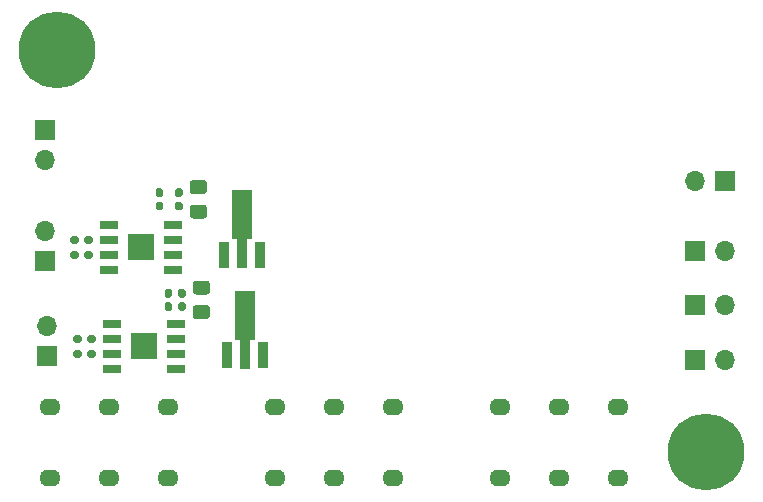
<source format=gbr>
%TF.GenerationSoftware,KiCad,Pcbnew,(5.1.7)-1*%
%TF.CreationDate,2021-07-14T13:30:58-05:00*%
%TF.ProjectId,PwmRgbLaserDriver Rev. B,50776d52-6762-44c6-9173-657244726976,rev?*%
%TF.SameCoordinates,Original*%
%TF.FileFunction,Soldermask,Top*%
%TF.FilePolarity,Negative*%
%FSLAX46Y46*%
G04 Gerber Fmt 4.6, Leading zero omitted, Abs format (unit mm)*
G04 Created by KiCad (PCBNEW (5.1.7)-1) date 2021-07-14 13:30:58*
%MOMM*%
%LPD*%
G01*
G04 APERTURE LIST*
%ADD10O,1.700000X1.700000*%
%ADD11R,1.700000X1.700000*%
%ADD12O,1.800000X1.400000*%
%ADD13C,0.100000*%
%ADD14R,0.900000X2.300000*%
%ADD15R,2.290000X2.290000*%
%ADD16R,1.525000X0.650000*%
%ADD17C,6.500000*%
%ADD18C,0.600000*%
G04 APERTURE END LIST*
D10*
%TO.C,J6*%
X210094000Y-46502000D03*
D11*
X210094000Y-49042000D03*
%TD*%
D10*
%TO.C,J4*%
X209917000Y-38449000D03*
D11*
X209917000Y-40989000D03*
%TD*%
D10*
%TO.C,J1*%
X209931000Y-32512000D03*
D11*
X209931000Y-29972000D03*
%TD*%
D10*
%TO.C,J7*%
X267514000Y-49450000D03*
D11*
X264974000Y-49450000D03*
%TD*%
D10*
%TO.C,J5*%
X267487000Y-44743000D03*
D11*
X264947000Y-44743000D03*
%TD*%
D10*
%TO.C,J3*%
X267487000Y-40198000D03*
D11*
X264947000Y-40198000D03*
%TD*%
%TO.C,J2*%
X267462000Y-34290000D03*
D10*
X264922000Y-34290000D03*
%TD*%
D12*
%TO.C,RV1*%
X210324000Y-53425000D03*
X215324000Y-53425000D03*
X220324000Y-53425000D03*
X220324000Y-59425000D03*
X215324000Y-59425000D03*
X210324000Y-59425000D03*
%TD*%
%TO.C,RV2*%
X229377000Y-53399000D03*
X234377000Y-53399000D03*
X239377000Y-53399000D03*
X239377000Y-59399000D03*
X234377000Y-59399000D03*
X229377000Y-59399000D03*
%TD*%
%TO.C,RV3*%
X248456000Y-53398000D03*
X253456000Y-53398000D03*
X258456000Y-53398000D03*
X258456000Y-59398000D03*
X253456000Y-59398000D03*
X248456000Y-59398000D03*
%TD*%
%TO.C,R13*%
G36*
G01*
X213473000Y-49055000D02*
X213473000Y-48735000D01*
G75*
G02*
X213633000Y-48575000I160000J0D01*
G01*
X214028000Y-48575000D01*
G75*
G02*
X214188000Y-48735000I0J-160000D01*
G01*
X214188000Y-49055000D01*
G75*
G02*
X214028000Y-49215000I-160000J0D01*
G01*
X213633000Y-49215000D01*
G75*
G02*
X213473000Y-49055000I0J160000D01*
G01*
G37*
G36*
G01*
X212278000Y-49055000D02*
X212278000Y-48735000D01*
G75*
G02*
X212438000Y-48575000I160000J0D01*
G01*
X212833000Y-48575000D01*
G75*
G02*
X212993000Y-48735000I0J-160000D01*
G01*
X212993000Y-49055000D01*
G75*
G02*
X212833000Y-49215000I-160000J0D01*
G01*
X212438000Y-49215000D01*
G75*
G02*
X212278000Y-49055000I0J160000D01*
G01*
G37*
%TD*%
%TO.C,R12*%
G36*
G01*
X213473000Y-47785000D02*
X213473000Y-47465000D01*
G75*
G02*
X213633000Y-47305000I160000J0D01*
G01*
X214028000Y-47305000D01*
G75*
G02*
X214188000Y-47465000I0J-160000D01*
G01*
X214188000Y-47785000D01*
G75*
G02*
X214028000Y-47945000I-160000J0D01*
G01*
X213633000Y-47945000D01*
G75*
G02*
X213473000Y-47785000I0J160000D01*
G01*
G37*
G36*
G01*
X212278000Y-47785000D02*
X212278000Y-47465000D01*
G75*
G02*
X212438000Y-47305000I160000J0D01*
G01*
X212833000Y-47305000D01*
G75*
G02*
X212993000Y-47465000I0J-160000D01*
G01*
X212993000Y-47785000D01*
G75*
G02*
X212833000Y-47945000I-160000J0D01*
G01*
X212438000Y-47945000D01*
G75*
G02*
X212278000Y-47785000I0J160000D01*
G01*
G37*
%TD*%
%TO.C,R10*%
G36*
G01*
X213219000Y-40673000D02*
X213219000Y-40353000D01*
G75*
G02*
X213379000Y-40193000I160000J0D01*
G01*
X213774000Y-40193000D01*
G75*
G02*
X213934000Y-40353000I0J-160000D01*
G01*
X213934000Y-40673000D01*
G75*
G02*
X213774000Y-40833000I-160000J0D01*
G01*
X213379000Y-40833000D01*
G75*
G02*
X213219000Y-40673000I0J160000D01*
G01*
G37*
G36*
G01*
X212024000Y-40673000D02*
X212024000Y-40353000D01*
G75*
G02*
X212184000Y-40193000I160000J0D01*
G01*
X212579000Y-40193000D01*
G75*
G02*
X212739000Y-40353000I0J-160000D01*
G01*
X212739000Y-40673000D01*
G75*
G02*
X212579000Y-40833000I-160000J0D01*
G01*
X212184000Y-40833000D01*
G75*
G02*
X212024000Y-40673000I0J160000D01*
G01*
G37*
%TD*%
%TO.C,R9*%
G36*
G01*
X213219000Y-39403000D02*
X213219000Y-39083000D01*
G75*
G02*
X213379000Y-38923000I160000J0D01*
G01*
X213774000Y-38923000D01*
G75*
G02*
X213934000Y-39083000I0J-160000D01*
G01*
X213934000Y-39403000D01*
G75*
G02*
X213774000Y-39563000I-160000J0D01*
G01*
X213379000Y-39563000D01*
G75*
G02*
X213219000Y-39403000I0J160000D01*
G01*
G37*
G36*
G01*
X212024000Y-39403000D02*
X212024000Y-39083000D01*
G75*
G02*
X212184000Y-38923000I160000J0D01*
G01*
X212579000Y-38923000D01*
G75*
G02*
X212739000Y-39083000I0J-160000D01*
G01*
X212739000Y-39403000D01*
G75*
G02*
X212579000Y-39563000I-160000J0D01*
G01*
X212184000Y-39563000D01*
G75*
G02*
X212024000Y-39403000I0J160000D01*
G01*
G37*
%TD*%
D13*
%TO.C,Q3*%
G36*
X227688500Y-43563000D02*
G01*
X227688500Y-47688000D01*
X227272000Y-47688000D01*
X227272000Y-50163000D01*
X226372000Y-50163000D01*
X226372000Y-47688000D01*
X225955500Y-47688000D01*
X225955500Y-43563000D01*
X227688500Y-43563000D01*
G37*
D14*
X228322000Y-49013000D03*
X225322000Y-49013000D03*
%TD*%
D13*
%TO.C,Q2*%
G36*
X227434500Y-35054000D02*
G01*
X227434500Y-39179000D01*
X227018000Y-39179000D01*
X227018000Y-41654000D01*
X226118000Y-41654000D01*
X226118000Y-39179000D01*
X225701500Y-39179000D01*
X225701500Y-35054000D01*
X227434500Y-35054000D01*
G37*
D14*
X228068000Y-40504000D03*
X225068000Y-40504000D03*
%TD*%
D15*
%TO.C,IC3*%
X218313000Y-48260000D03*
D16*
X221025000Y-46355000D03*
X221025000Y-47625000D03*
X221025000Y-48895000D03*
X221025000Y-50165000D03*
X215601000Y-50165000D03*
X215601000Y-48895000D03*
X215601000Y-47625000D03*
X215601000Y-46355000D03*
%TD*%
D15*
%TO.C,IC2*%
X218059000Y-39878000D03*
D16*
X220771000Y-37973000D03*
X220771000Y-39243000D03*
X220771000Y-40513000D03*
X220771000Y-41783000D03*
X215347000Y-41783000D03*
X215347000Y-40513000D03*
X215347000Y-39243000D03*
X215347000Y-37973000D03*
%TD*%
D17*
%TO.C,H2*%
X265879000Y-57172000D03*
D18*
X265902000Y-54651000D03*
X265902000Y-59803000D03*
X263264000Y-57195000D03*
X268478000Y-57211000D03*
X268307000Y-56212000D03*
X266964000Y-59475000D03*
X263529000Y-58179000D03*
X264872000Y-54885000D03*
X264045000Y-55369000D03*
X264091000Y-58944000D03*
X267838000Y-58803000D03*
X267854000Y-55416000D03*
X267011000Y-54838000D03*
X268260000Y-58085000D03*
X264950000Y-59537000D03*
X263467000Y-56212000D03*
%TD*%
%TO.C,H1*%
X208467000Y-22212000D03*
X209950000Y-25537000D03*
X213260000Y-24085000D03*
X212011000Y-20838000D03*
X212854000Y-21416000D03*
X212838000Y-24803000D03*
X209091000Y-24944000D03*
X209045000Y-21369000D03*
X209872000Y-20885000D03*
X208529000Y-24179000D03*
X211964000Y-25475000D03*
X213307000Y-22212000D03*
X213478000Y-23211000D03*
X208264000Y-23195000D03*
X210902000Y-25803000D03*
X210902000Y-20651000D03*
D17*
X210879000Y-23172000D03*
%TD*%
%TO.C,C17*%
G36*
G01*
X220500000Y-44123000D02*
X220190000Y-44123000D01*
G75*
G02*
X220035000Y-43968000I0J155000D01*
G01*
X220035000Y-43543000D01*
G75*
G02*
X220190000Y-43388000I155000J0D01*
G01*
X220500000Y-43388000D01*
G75*
G02*
X220655000Y-43543000I0J-155000D01*
G01*
X220655000Y-43968000D01*
G75*
G02*
X220500000Y-44123000I-155000J0D01*
G01*
G37*
G36*
G01*
X220500000Y-45258000D02*
X220190000Y-45258000D01*
G75*
G02*
X220035000Y-45103000I0J155000D01*
G01*
X220035000Y-44678000D01*
G75*
G02*
X220190000Y-44523000I155000J0D01*
G01*
X220500000Y-44523000D01*
G75*
G02*
X220655000Y-44678000I0J-155000D01*
G01*
X220655000Y-45103000D01*
G75*
G02*
X220500000Y-45258000I-155000J0D01*
G01*
G37*
%TD*%
%TO.C,C16*%
G36*
G01*
X221643000Y-44123000D02*
X221333000Y-44123000D01*
G75*
G02*
X221178000Y-43968000I0J155000D01*
G01*
X221178000Y-43543000D01*
G75*
G02*
X221333000Y-43388000I155000J0D01*
G01*
X221643000Y-43388000D01*
G75*
G02*
X221798000Y-43543000I0J-155000D01*
G01*
X221798000Y-43968000D01*
G75*
G02*
X221643000Y-44123000I-155000J0D01*
G01*
G37*
G36*
G01*
X221643000Y-45258000D02*
X221333000Y-45258000D01*
G75*
G02*
X221178000Y-45103000I0J155000D01*
G01*
X221178000Y-44678000D01*
G75*
G02*
X221333000Y-44523000I155000J0D01*
G01*
X221643000Y-44523000D01*
G75*
G02*
X221798000Y-44678000I0J-155000D01*
G01*
X221798000Y-45103000D01*
G75*
G02*
X221643000Y-45258000I-155000J0D01*
G01*
G37*
%TD*%
%TO.C,C15*%
G36*
G01*
X223614000Y-43873000D02*
X222664000Y-43873000D01*
G75*
G02*
X222414000Y-43623000I0J250000D01*
G01*
X222414000Y-42948000D01*
G75*
G02*
X222664000Y-42698000I250000J0D01*
G01*
X223614000Y-42698000D01*
G75*
G02*
X223864000Y-42948000I0J-250000D01*
G01*
X223864000Y-43623000D01*
G75*
G02*
X223614000Y-43873000I-250000J0D01*
G01*
G37*
G36*
G01*
X223614000Y-45948000D02*
X222664000Y-45948000D01*
G75*
G02*
X222414000Y-45698000I0J250000D01*
G01*
X222414000Y-45023000D01*
G75*
G02*
X222664000Y-44773000I250000J0D01*
G01*
X223614000Y-44773000D01*
G75*
G02*
X223864000Y-45023000I0J-250000D01*
G01*
X223864000Y-45698000D01*
G75*
G02*
X223614000Y-45948000I-250000J0D01*
G01*
G37*
%TD*%
%TO.C,C14*%
G36*
G01*
X219738000Y-35614000D02*
X219428000Y-35614000D01*
G75*
G02*
X219273000Y-35459000I0J155000D01*
G01*
X219273000Y-35034000D01*
G75*
G02*
X219428000Y-34879000I155000J0D01*
G01*
X219738000Y-34879000D01*
G75*
G02*
X219893000Y-35034000I0J-155000D01*
G01*
X219893000Y-35459000D01*
G75*
G02*
X219738000Y-35614000I-155000J0D01*
G01*
G37*
G36*
G01*
X219738000Y-36749000D02*
X219428000Y-36749000D01*
G75*
G02*
X219273000Y-36594000I0J155000D01*
G01*
X219273000Y-36169000D01*
G75*
G02*
X219428000Y-36014000I155000J0D01*
G01*
X219738000Y-36014000D01*
G75*
G02*
X219893000Y-36169000I0J-155000D01*
G01*
X219893000Y-36594000D01*
G75*
G02*
X219738000Y-36749000I-155000J0D01*
G01*
G37*
%TD*%
%TO.C,C13*%
G36*
G01*
X221389000Y-35614000D02*
X221079000Y-35614000D01*
G75*
G02*
X220924000Y-35459000I0J155000D01*
G01*
X220924000Y-35034000D01*
G75*
G02*
X221079000Y-34879000I155000J0D01*
G01*
X221389000Y-34879000D01*
G75*
G02*
X221544000Y-35034000I0J-155000D01*
G01*
X221544000Y-35459000D01*
G75*
G02*
X221389000Y-35614000I-155000J0D01*
G01*
G37*
G36*
G01*
X221389000Y-36749000D02*
X221079000Y-36749000D01*
G75*
G02*
X220924000Y-36594000I0J155000D01*
G01*
X220924000Y-36169000D01*
G75*
G02*
X221079000Y-36014000I155000J0D01*
G01*
X221389000Y-36014000D01*
G75*
G02*
X221544000Y-36169000I0J-155000D01*
G01*
X221544000Y-36594000D01*
G75*
G02*
X221389000Y-36749000I-155000J0D01*
G01*
G37*
%TD*%
%TO.C,C12*%
G36*
G01*
X223360000Y-35364000D02*
X222410000Y-35364000D01*
G75*
G02*
X222160000Y-35114000I0J250000D01*
G01*
X222160000Y-34439000D01*
G75*
G02*
X222410000Y-34189000I250000J0D01*
G01*
X223360000Y-34189000D01*
G75*
G02*
X223610000Y-34439000I0J-250000D01*
G01*
X223610000Y-35114000D01*
G75*
G02*
X223360000Y-35364000I-250000J0D01*
G01*
G37*
G36*
G01*
X223360000Y-37439000D02*
X222410000Y-37439000D01*
G75*
G02*
X222160000Y-37189000I0J250000D01*
G01*
X222160000Y-36514000D01*
G75*
G02*
X222410000Y-36264000I250000J0D01*
G01*
X223360000Y-36264000D01*
G75*
G02*
X223610000Y-36514000I0J-250000D01*
G01*
X223610000Y-37189000D01*
G75*
G02*
X223360000Y-37439000I-250000J0D01*
G01*
G37*
%TD*%
M02*

</source>
